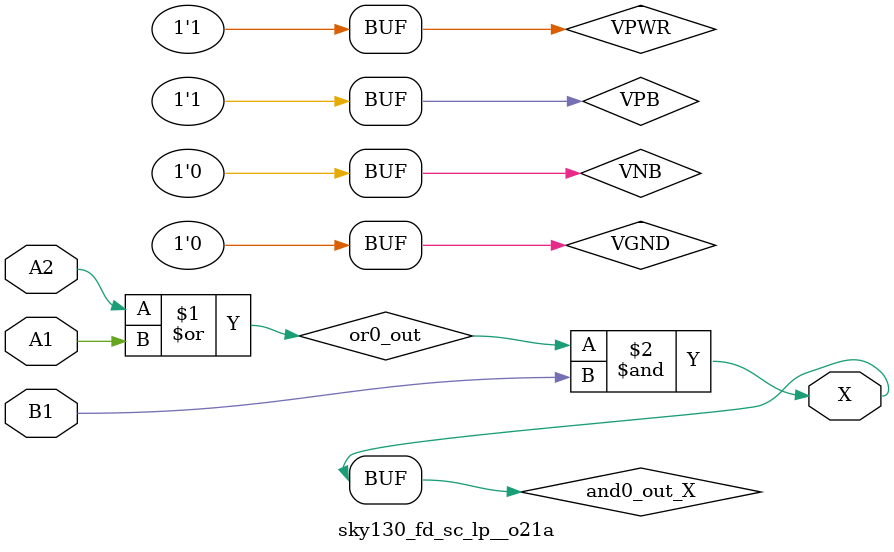
<source format=v>



module sky130_fd_sc_lp__o21a (
    X ,
    A1,
    A2,
    B1
);

    output X ;
    input  A1;
    input  A2;
    input  B1;

    supply1 VPWR;
    supply0 VGND;
    supply1 VPB ;
    supply0 VNB ;

    wire or0_out   ;
    wire and0_out_X;

    or  or0  (or0_out   , A2, A1         );
    and and0 (and0_out_X, or0_out, B1    );
    buf buf0 (X         , and0_out_X     );

endmodule

</source>
